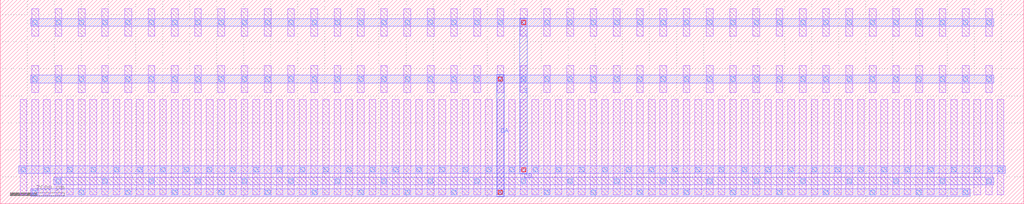
<source format=lef>
MACRO SCM_PMOS_77874900_X21_Y1
  UNITS 
    DATABASE MICRONS UNITS 1000;
  END UNITS 
  ORIGIN 0 0 ;
  FOREIGN SCM_PMOS_77874900_X21_Y1 0 0 ;
  SIZE 37840 BY 7560 ;
  PIN DA
    DIRECTION INOUT ;
    USE SIGNAL ;
    PORT
      LAYER M3 ;
        RECT 18350 260 18630 4780 ;
    END
  END DA
  PIN DB
    DIRECTION INOUT ;
    USE SIGNAL ;
    PORT
      LAYER M2 ;
        RECT 1980 700 36720 980 ;
    END
  END DB
  PIN S
    DIRECTION INOUT ;
    USE SIGNAL ;
    PORT
      LAYER M3 ;
        RECT 19210 1100 19490 6880 ;
    END
  END S
  OBS
    LAYER M1 ;
      RECT 1165 335 1415 3865 ;
    LAYER M1 ;
      RECT 1165 4115 1415 5125 ;
    LAYER M1 ;
      RECT 1165 6215 1415 7225 ;
    LAYER M1 ;
      RECT 735 335 985 3865 ;
    LAYER M1 ;
      RECT 1595 335 1845 3865 ;
    LAYER M1 ;
      RECT 2025 335 2275 3865 ;
    LAYER M1 ;
      RECT 2025 4115 2275 5125 ;
    LAYER M1 ;
      RECT 2025 6215 2275 7225 ;
    LAYER M1 ;
      RECT 2455 335 2705 3865 ;
    LAYER M1 ;
      RECT 2885 335 3135 3865 ;
    LAYER M1 ;
      RECT 2885 4115 3135 5125 ;
    LAYER M1 ;
      RECT 2885 6215 3135 7225 ;
    LAYER M1 ;
      RECT 3315 335 3565 3865 ;
    LAYER M1 ;
      RECT 3745 335 3995 3865 ;
    LAYER M1 ;
      RECT 3745 4115 3995 5125 ;
    LAYER M1 ;
      RECT 3745 6215 3995 7225 ;
    LAYER M1 ;
      RECT 4175 335 4425 3865 ;
    LAYER M1 ;
      RECT 4605 335 4855 3865 ;
    LAYER M1 ;
      RECT 4605 4115 4855 5125 ;
    LAYER M1 ;
      RECT 4605 6215 4855 7225 ;
    LAYER M1 ;
      RECT 5035 335 5285 3865 ;
    LAYER M1 ;
      RECT 5465 335 5715 3865 ;
    LAYER M1 ;
      RECT 5465 4115 5715 5125 ;
    LAYER M1 ;
      RECT 5465 6215 5715 7225 ;
    LAYER M1 ;
      RECT 5895 335 6145 3865 ;
    LAYER M1 ;
      RECT 6325 335 6575 3865 ;
    LAYER M1 ;
      RECT 6325 4115 6575 5125 ;
    LAYER M1 ;
      RECT 6325 6215 6575 7225 ;
    LAYER M1 ;
      RECT 6755 335 7005 3865 ;
    LAYER M1 ;
      RECT 7185 335 7435 3865 ;
    LAYER M1 ;
      RECT 7185 4115 7435 5125 ;
    LAYER M1 ;
      RECT 7185 6215 7435 7225 ;
    LAYER M1 ;
      RECT 7615 335 7865 3865 ;
    LAYER M1 ;
      RECT 8045 335 8295 3865 ;
    LAYER M1 ;
      RECT 8045 4115 8295 5125 ;
    LAYER M1 ;
      RECT 8045 6215 8295 7225 ;
    LAYER M1 ;
      RECT 8475 335 8725 3865 ;
    LAYER M1 ;
      RECT 8905 335 9155 3865 ;
    LAYER M1 ;
      RECT 8905 4115 9155 5125 ;
    LAYER M1 ;
      RECT 8905 6215 9155 7225 ;
    LAYER M1 ;
      RECT 9335 335 9585 3865 ;
    LAYER M1 ;
      RECT 9765 335 10015 3865 ;
    LAYER M1 ;
      RECT 9765 4115 10015 5125 ;
    LAYER M1 ;
      RECT 9765 6215 10015 7225 ;
    LAYER M1 ;
      RECT 10195 335 10445 3865 ;
    LAYER M1 ;
      RECT 10625 335 10875 3865 ;
    LAYER M1 ;
      RECT 10625 4115 10875 5125 ;
    LAYER M1 ;
      RECT 10625 6215 10875 7225 ;
    LAYER M1 ;
      RECT 11055 335 11305 3865 ;
    LAYER M1 ;
      RECT 11485 335 11735 3865 ;
    LAYER M1 ;
      RECT 11485 4115 11735 5125 ;
    LAYER M1 ;
      RECT 11485 6215 11735 7225 ;
    LAYER M1 ;
      RECT 11915 335 12165 3865 ;
    LAYER M1 ;
      RECT 12345 335 12595 3865 ;
    LAYER M1 ;
      RECT 12345 4115 12595 5125 ;
    LAYER M1 ;
      RECT 12345 6215 12595 7225 ;
    LAYER M1 ;
      RECT 12775 335 13025 3865 ;
    LAYER M1 ;
      RECT 13205 335 13455 3865 ;
    LAYER M1 ;
      RECT 13205 4115 13455 5125 ;
    LAYER M1 ;
      RECT 13205 6215 13455 7225 ;
    LAYER M1 ;
      RECT 13635 335 13885 3865 ;
    LAYER M1 ;
      RECT 14065 335 14315 3865 ;
    LAYER M1 ;
      RECT 14065 4115 14315 5125 ;
    LAYER M1 ;
      RECT 14065 6215 14315 7225 ;
    LAYER M1 ;
      RECT 14495 335 14745 3865 ;
    LAYER M1 ;
      RECT 14925 335 15175 3865 ;
    LAYER M1 ;
      RECT 14925 4115 15175 5125 ;
    LAYER M1 ;
      RECT 14925 6215 15175 7225 ;
    LAYER M1 ;
      RECT 15355 335 15605 3865 ;
    LAYER M1 ;
      RECT 15785 335 16035 3865 ;
    LAYER M1 ;
      RECT 15785 4115 16035 5125 ;
    LAYER M1 ;
      RECT 15785 6215 16035 7225 ;
    LAYER M1 ;
      RECT 16215 335 16465 3865 ;
    LAYER M1 ;
      RECT 16645 335 16895 3865 ;
    LAYER M1 ;
      RECT 16645 4115 16895 5125 ;
    LAYER M1 ;
      RECT 16645 6215 16895 7225 ;
    LAYER M1 ;
      RECT 17075 335 17325 3865 ;
    LAYER M1 ;
      RECT 17505 335 17755 3865 ;
    LAYER M1 ;
      RECT 17505 4115 17755 5125 ;
    LAYER M1 ;
      RECT 17505 6215 17755 7225 ;
    LAYER M1 ;
      RECT 17935 335 18185 3865 ;
    LAYER M1 ;
      RECT 18365 335 18615 3865 ;
    LAYER M1 ;
      RECT 18365 4115 18615 5125 ;
    LAYER M1 ;
      RECT 18365 6215 18615 7225 ;
    LAYER M1 ;
      RECT 18795 335 19045 3865 ;
    LAYER M1 ;
      RECT 19225 335 19475 3865 ;
    LAYER M1 ;
      RECT 19225 4115 19475 5125 ;
    LAYER M1 ;
      RECT 19225 6215 19475 7225 ;
    LAYER M1 ;
      RECT 19655 335 19905 3865 ;
    LAYER M1 ;
      RECT 20085 335 20335 3865 ;
    LAYER M1 ;
      RECT 20085 4115 20335 5125 ;
    LAYER M1 ;
      RECT 20085 6215 20335 7225 ;
    LAYER M1 ;
      RECT 20515 335 20765 3865 ;
    LAYER M1 ;
      RECT 20945 335 21195 3865 ;
    LAYER M1 ;
      RECT 20945 4115 21195 5125 ;
    LAYER M1 ;
      RECT 20945 6215 21195 7225 ;
    LAYER M1 ;
      RECT 21375 335 21625 3865 ;
    LAYER M1 ;
      RECT 21805 335 22055 3865 ;
    LAYER M1 ;
      RECT 21805 4115 22055 5125 ;
    LAYER M1 ;
      RECT 21805 6215 22055 7225 ;
    LAYER M1 ;
      RECT 22235 335 22485 3865 ;
    LAYER M1 ;
      RECT 22665 335 22915 3865 ;
    LAYER M1 ;
      RECT 22665 4115 22915 5125 ;
    LAYER M1 ;
      RECT 22665 6215 22915 7225 ;
    LAYER M1 ;
      RECT 23095 335 23345 3865 ;
    LAYER M1 ;
      RECT 23525 335 23775 3865 ;
    LAYER M1 ;
      RECT 23525 4115 23775 5125 ;
    LAYER M1 ;
      RECT 23525 6215 23775 7225 ;
    LAYER M1 ;
      RECT 23955 335 24205 3865 ;
    LAYER M1 ;
      RECT 24385 335 24635 3865 ;
    LAYER M1 ;
      RECT 24385 4115 24635 5125 ;
    LAYER M1 ;
      RECT 24385 6215 24635 7225 ;
    LAYER M1 ;
      RECT 24815 335 25065 3865 ;
    LAYER M1 ;
      RECT 25245 335 25495 3865 ;
    LAYER M1 ;
      RECT 25245 4115 25495 5125 ;
    LAYER M1 ;
      RECT 25245 6215 25495 7225 ;
    LAYER M1 ;
      RECT 25675 335 25925 3865 ;
    LAYER M1 ;
      RECT 26105 335 26355 3865 ;
    LAYER M1 ;
      RECT 26105 4115 26355 5125 ;
    LAYER M1 ;
      RECT 26105 6215 26355 7225 ;
    LAYER M1 ;
      RECT 26535 335 26785 3865 ;
    LAYER M1 ;
      RECT 26965 335 27215 3865 ;
    LAYER M1 ;
      RECT 26965 4115 27215 5125 ;
    LAYER M1 ;
      RECT 26965 6215 27215 7225 ;
    LAYER M1 ;
      RECT 27395 335 27645 3865 ;
    LAYER M1 ;
      RECT 27825 335 28075 3865 ;
    LAYER M1 ;
      RECT 27825 4115 28075 5125 ;
    LAYER M1 ;
      RECT 27825 6215 28075 7225 ;
    LAYER M1 ;
      RECT 28255 335 28505 3865 ;
    LAYER M1 ;
      RECT 28685 335 28935 3865 ;
    LAYER M1 ;
      RECT 28685 4115 28935 5125 ;
    LAYER M1 ;
      RECT 28685 6215 28935 7225 ;
    LAYER M1 ;
      RECT 29115 335 29365 3865 ;
    LAYER M1 ;
      RECT 29545 335 29795 3865 ;
    LAYER M1 ;
      RECT 29545 4115 29795 5125 ;
    LAYER M1 ;
      RECT 29545 6215 29795 7225 ;
    LAYER M1 ;
      RECT 29975 335 30225 3865 ;
    LAYER M1 ;
      RECT 30405 335 30655 3865 ;
    LAYER M1 ;
      RECT 30405 4115 30655 5125 ;
    LAYER M1 ;
      RECT 30405 6215 30655 7225 ;
    LAYER M1 ;
      RECT 30835 335 31085 3865 ;
    LAYER M1 ;
      RECT 31265 335 31515 3865 ;
    LAYER M1 ;
      RECT 31265 4115 31515 5125 ;
    LAYER M1 ;
      RECT 31265 6215 31515 7225 ;
    LAYER M1 ;
      RECT 31695 335 31945 3865 ;
    LAYER M1 ;
      RECT 32125 335 32375 3865 ;
    LAYER M1 ;
      RECT 32125 4115 32375 5125 ;
    LAYER M1 ;
      RECT 32125 6215 32375 7225 ;
    LAYER M1 ;
      RECT 32555 335 32805 3865 ;
    LAYER M1 ;
      RECT 32985 335 33235 3865 ;
    LAYER M1 ;
      RECT 32985 4115 33235 5125 ;
    LAYER M1 ;
      RECT 32985 6215 33235 7225 ;
    LAYER M1 ;
      RECT 33415 335 33665 3865 ;
    LAYER M1 ;
      RECT 33845 335 34095 3865 ;
    LAYER M1 ;
      RECT 33845 4115 34095 5125 ;
    LAYER M1 ;
      RECT 33845 6215 34095 7225 ;
    LAYER M1 ;
      RECT 34275 335 34525 3865 ;
    LAYER M1 ;
      RECT 34705 335 34955 3865 ;
    LAYER M1 ;
      RECT 34705 4115 34955 5125 ;
    LAYER M1 ;
      RECT 34705 6215 34955 7225 ;
    LAYER M1 ;
      RECT 35135 335 35385 3865 ;
    LAYER M1 ;
      RECT 35565 335 35815 3865 ;
    LAYER M1 ;
      RECT 35565 4115 35815 5125 ;
    LAYER M1 ;
      RECT 35565 6215 35815 7225 ;
    LAYER M1 ;
      RECT 35995 335 36245 3865 ;
    LAYER M1 ;
      RECT 36425 335 36675 3865 ;
    LAYER M1 ;
      RECT 36425 4115 36675 5125 ;
    LAYER M1 ;
      RECT 36425 6215 36675 7225 ;
    LAYER M1 ;
      RECT 36855 335 37105 3865 ;
    LAYER M2 ;
      RECT 1120 4480 36720 4760 ;
    LAYER M2 ;
      RECT 1120 280 35860 560 ;
    LAYER M2 ;
      RECT 690 1120 37150 1400 ;
    LAYER M2 ;
      RECT 1120 6580 36720 6860 ;
    LAYER V1 ;
      RECT 1205 335 1375 505 ;
    LAYER V1 ;
      RECT 1205 4535 1375 4705 ;
    LAYER V1 ;
      RECT 1205 6635 1375 6805 ;
    LAYER V1 ;
      RECT 2065 755 2235 925 ;
    LAYER V1 ;
      RECT 2065 4535 2235 4705 ;
    LAYER V1 ;
      RECT 2065 6635 2235 6805 ;
    LAYER V1 ;
      RECT 2925 335 3095 505 ;
    LAYER V1 ;
      RECT 2925 4535 3095 4705 ;
    LAYER V1 ;
      RECT 2925 6635 3095 6805 ;
    LAYER V1 ;
      RECT 3785 755 3955 925 ;
    LAYER V1 ;
      RECT 3785 4535 3955 4705 ;
    LAYER V1 ;
      RECT 3785 6635 3955 6805 ;
    LAYER V1 ;
      RECT 4645 335 4815 505 ;
    LAYER V1 ;
      RECT 4645 4535 4815 4705 ;
    LAYER V1 ;
      RECT 4645 6635 4815 6805 ;
    LAYER V1 ;
      RECT 5505 755 5675 925 ;
    LAYER V1 ;
      RECT 5505 4535 5675 4705 ;
    LAYER V1 ;
      RECT 5505 6635 5675 6805 ;
    LAYER V1 ;
      RECT 6365 335 6535 505 ;
    LAYER V1 ;
      RECT 6365 4535 6535 4705 ;
    LAYER V1 ;
      RECT 6365 6635 6535 6805 ;
    LAYER V1 ;
      RECT 7225 755 7395 925 ;
    LAYER V1 ;
      RECT 7225 4535 7395 4705 ;
    LAYER V1 ;
      RECT 7225 6635 7395 6805 ;
    LAYER V1 ;
      RECT 8085 335 8255 505 ;
    LAYER V1 ;
      RECT 8085 4535 8255 4705 ;
    LAYER V1 ;
      RECT 8085 6635 8255 6805 ;
    LAYER V1 ;
      RECT 8945 755 9115 925 ;
    LAYER V1 ;
      RECT 8945 4535 9115 4705 ;
    LAYER V1 ;
      RECT 8945 6635 9115 6805 ;
    LAYER V1 ;
      RECT 9805 335 9975 505 ;
    LAYER V1 ;
      RECT 9805 4535 9975 4705 ;
    LAYER V1 ;
      RECT 9805 6635 9975 6805 ;
    LAYER V1 ;
      RECT 10665 755 10835 925 ;
    LAYER V1 ;
      RECT 10665 4535 10835 4705 ;
    LAYER V1 ;
      RECT 10665 6635 10835 6805 ;
    LAYER V1 ;
      RECT 11525 335 11695 505 ;
    LAYER V1 ;
      RECT 11525 4535 11695 4705 ;
    LAYER V1 ;
      RECT 11525 6635 11695 6805 ;
    LAYER V1 ;
      RECT 12385 755 12555 925 ;
    LAYER V1 ;
      RECT 12385 4535 12555 4705 ;
    LAYER V1 ;
      RECT 12385 6635 12555 6805 ;
    LAYER V1 ;
      RECT 13245 335 13415 505 ;
    LAYER V1 ;
      RECT 13245 4535 13415 4705 ;
    LAYER V1 ;
      RECT 13245 6635 13415 6805 ;
    LAYER V1 ;
      RECT 14105 755 14275 925 ;
    LAYER V1 ;
      RECT 14105 4535 14275 4705 ;
    LAYER V1 ;
      RECT 14105 6635 14275 6805 ;
    LAYER V1 ;
      RECT 14965 335 15135 505 ;
    LAYER V1 ;
      RECT 14965 4535 15135 4705 ;
    LAYER V1 ;
      RECT 14965 6635 15135 6805 ;
    LAYER V1 ;
      RECT 15825 755 15995 925 ;
    LAYER V1 ;
      RECT 15825 4535 15995 4705 ;
    LAYER V1 ;
      RECT 15825 6635 15995 6805 ;
    LAYER V1 ;
      RECT 16685 335 16855 505 ;
    LAYER V1 ;
      RECT 16685 4535 16855 4705 ;
    LAYER V1 ;
      RECT 16685 6635 16855 6805 ;
    LAYER V1 ;
      RECT 17545 755 17715 925 ;
    LAYER V1 ;
      RECT 17545 4535 17715 4705 ;
    LAYER V1 ;
      RECT 17545 6635 17715 6805 ;
    LAYER V1 ;
      RECT 18405 335 18575 505 ;
    LAYER V1 ;
      RECT 18405 4535 18575 4705 ;
    LAYER V1 ;
      RECT 18405 6635 18575 6805 ;
    LAYER V1 ;
      RECT 19265 755 19435 925 ;
    LAYER V1 ;
      RECT 19265 4535 19435 4705 ;
    LAYER V1 ;
      RECT 19265 6635 19435 6805 ;
    LAYER V1 ;
      RECT 20125 335 20295 505 ;
    LAYER V1 ;
      RECT 20125 4535 20295 4705 ;
    LAYER V1 ;
      RECT 20125 6635 20295 6805 ;
    LAYER V1 ;
      RECT 20985 755 21155 925 ;
    LAYER V1 ;
      RECT 20985 4535 21155 4705 ;
    LAYER V1 ;
      RECT 20985 6635 21155 6805 ;
    LAYER V1 ;
      RECT 21845 335 22015 505 ;
    LAYER V1 ;
      RECT 21845 4535 22015 4705 ;
    LAYER V1 ;
      RECT 21845 6635 22015 6805 ;
    LAYER V1 ;
      RECT 22705 755 22875 925 ;
    LAYER V1 ;
      RECT 22705 4535 22875 4705 ;
    LAYER V1 ;
      RECT 22705 6635 22875 6805 ;
    LAYER V1 ;
      RECT 23565 335 23735 505 ;
    LAYER V1 ;
      RECT 23565 4535 23735 4705 ;
    LAYER V1 ;
      RECT 23565 6635 23735 6805 ;
    LAYER V1 ;
      RECT 24425 755 24595 925 ;
    LAYER V1 ;
      RECT 24425 4535 24595 4705 ;
    LAYER V1 ;
      RECT 24425 6635 24595 6805 ;
    LAYER V1 ;
      RECT 25285 335 25455 505 ;
    LAYER V1 ;
      RECT 25285 4535 25455 4705 ;
    LAYER V1 ;
      RECT 25285 6635 25455 6805 ;
    LAYER V1 ;
      RECT 26145 755 26315 925 ;
    LAYER V1 ;
      RECT 26145 4535 26315 4705 ;
    LAYER V1 ;
      RECT 26145 6635 26315 6805 ;
    LAYER V1 ;
      RECT 27005 335 27175 505 ;
    LAYER V1 ;
      RECT 27005 4535 27175 4705 ;
    LAYER V1 ;
      RECT 27005 6635 27175 6805 ;
    LAYER V1 ;
      RECT 27865 755 28035 925 ;
    LAYER V1 ;
      RECT 27865 4535 28035 4705 ;
    LAYER V1 ;
      RECT 27865 6635 28035 6805 ;
    LAYER V1 ;
      RECT 28725 335 28895 505 ;
    LAYER V1 ;
      RECT 28725 4535 28895 4705 ;
    LAYER V1 ;
      RECT 28725 6635 28895 6805 ;
    LAYER V1 ;
      RECT 29585 755 29755 925 ;
    LAYER V1 ;
      RECT 29585 4535 29755 4705 ;
    LAYER V1 ;
      RECT 29585 6635 29755 6805 ;
    LAYER V1 ;
      RECT 30445 335 30615 505 ;
    LAYER V1 ;
      RECT 30445 4535 30615 4705 ;
    LAYER V1 ;
      RECT 30445 6635 30615 6805 ;
    LAYER V1 ;
      RECT 31305 755 31475 925 ;
    LAYER V1 ;
      RECT 31305 4535 31475 4705 ;
    LAYER V1 ;
      RECT 31305 6635 31475 6805 ;
    LAYER V1 ;
      RECT 32165 335 32335 505 ;
    LAYER V1 ;
      RECT 32165 4535 32335 4705 ;
    LAYER V1 ;
      RECT 32165 6635 32335 6805 ;
    LAYER V1 ;
      RECT 33025 755 33195 925 ;
    LAYER V1 ;
      RECT 33025 4535 33195 4705 ;
    LAYER V1 ;
      RECT 33025 6635 33195 6805 ;
    LAYER V1 ;
      RECT 33885 335 34055 505 ;
    LAYER V1 ;
      RECT 33885 4535 34055 4705 ;
    LAYER V1 ;
      RECT 33885 6635 34055 6805 ;
    LAYER V1 ;
      RECT 34745 755 34915 925 ;
    LAYER V1 ;
      RECT 34745 4535 34915 4705 ;
    LAYER V1 ;
      RECT 34745 6635 34915 6805 ;
    LAYER V1 ;
      RECT 35605 335 35775 505 ;
    LAYER V1 ;
      RECT 35605 4535 35775 4705 ;
    LAYER V1 ;
      RECT 35605 6635 35775 6805 ;
    LAYER V1 ;
      RECT 36465 755 36635 925 ;
    LAYER V1 ;
      RECT 36465 4535 36635 4705 ;
    LAYER V1 ;
      RECT 36465 6635 36635 6805 ;
    LAYER V1 ;
      RECT 775 1175 945 1345 ;
    LAYER V1 ;
      RECT 1635 1175 1805 1345 ;
    LAYER V1 ;
      RECT 2495 1175 2665 1345 ;
    LAYER V1 ;
      RECT 3355 1175 3525 1345 ;
    LAYER V1 ;
      RECT 4215 1175 4385 1345 ;
    LAYER V1 ;
      RECT 5075 1175 5245 1345 ;
    LAYER V1 ;
      RECT 5935 1175 6105 1345 ;
    LAYER V1 ;
      RECT 6795 1175 6965 1345 ;
    LAYER V1 ;
      RECT 7655 1175 7825 1345 ;
    LAYER V1 ;
      RECT 8515 1175 8685 1345 ;
    LAYER V1 ;
      RECT 9375 1175 9545 1345 ;
    LAYER V1 ;
      RECT 10235 1175 10405 1345 ;
    LAYER V1 ;
      RECT 11095 1175 11265 1345 ;
    LAYER V1 ;
      RECT 11955 1175 12125 1345 ;
    LAYER V1 ;
      RECT 12815 1175 12985 1345 ;
    LAYER V1 ;
      RECT 13675 1175 13845 1345 ;
    LAYER V1 ;
      RECT 14535 1175 14705 1345 ;
    LAYER V1 ;
      RECT 15395 1175 15565 1345 ;
    LAYER V1 ;
      RECT 16255 1175 16425 1345 ;
    LAYER V1 ;
      RECT 17115 1175 17285 1345 ;
    LAYER V1 ;
      RECT 17975 1175 18145 1345 ;
    LAYER V1 ;
      RECT 18835 1175 19005 1345 ;
    LAYER V1 ;
      RECT 19695 1175 19865 1345 ;
    LAYER V1 ;
      RECT 20555 1175 20725 1345 ;
    LAYER V1 ;
      RECT 21415 1175 21585 1345 ;
    LAYER V1 ;
      RECT 22275 1175 22445 1345 ;
    LAYER V1 ;
      RECT 23135 1175 23305 1345 ;
    LAYER V1 ;
      RECT 23995 1175 24165 1345 ;
    LAYER V1 ;
      RECT 24855 1175 25025 1345 ;
    LAYER V1 ;
      RECT 25715 1175 25885 1345 ;
    LAYER V1 ;
      RECT 26575 1175 26745 1345 ;
    LAYER V1 ;
      RECT 27435 1175 27605 1345 ;
    LAYER V1 ;
      RECT 28295 1175 28465 1345 ;
    LAYER V1 ;
      RECT 29155 1175 29325 1345 ;
    LAYER V1 ;
      RECT 30015 1175 30185 1345 ;
    LAYER V1 ;
      RECT 30875 1175 31045 1345 ;
    LAYER V1 ;
      RECT 31735 1175 31905 1345 ;
    LAYER V1 ;
      RECT 32595 1175 32765 1345 ;
    LAYER V1 ;
      RECT 33455 1175 33625 1345 ;
    LAYER V1 ;
      RECT 34315 1175 34485 1345 ;
    LAYER V1 ;
      RECT 35175 1175 35345 1345 ;
    LAYER V1 ;
      RECT 36035 1175 36205 1345 ;
    LAYER V1 ;
      RECT 36895 1175 37065 1345 ;
    LAYER V2 ;
      RECT 18415 345 18565 495 ;
    LAYER V2 ;
      RECT 18415 4545 18565 4695 ;
    LAYER V2 ;
      RECT 19275 1185 19425 1335 ;
    LAYER V2 ;
      RECT 19275 6645 19425 6795 ;
  END
END SCM_PMOS_77874900_X21_Y1

</source>
